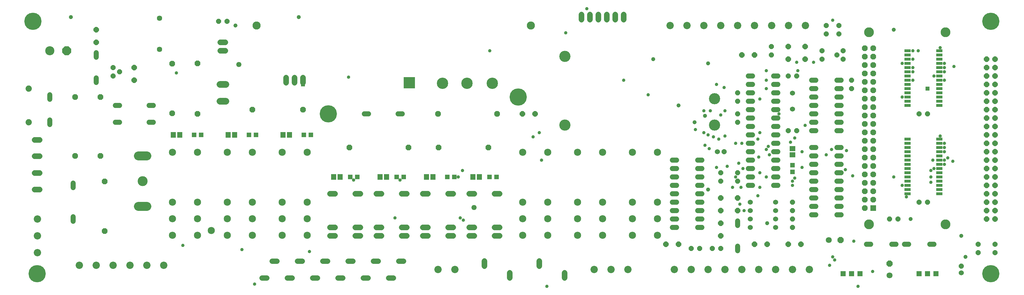
<source format=gts>
G75*
G70*
%OFA0B0*%
%FSLAX24Y24*%
%IPPOS*%
%LPD*%
%AMOC8*
5,1,8,0,0,1.08239X$1,22.5*
%
%ADD10C,0.2049*%
%ADD11C,0.0600*%
%ADD12OC8,0.0600*%
%ADD13C,0.0595*%
%ADD14C,0.1080*%
%ADD15OC8,0.1080*%
%ADD16OC8,0.0680*%
%ADD17C,0.0740*%
%ADD18OC8,0.0640*%
%ADD19C,0.0680*%
%ADD20C,0.0674*%
%ADD21C,0.0789*%
%ADD22C,0.1080*%
%ADD23C,0.1180*%
%ADD24R,0.1346X0.1346*%
%ADD25C,0.1346*%
%ADD26C,0.0600*%
%ADD27C,0.0634*%
%ADD28R,0.0552X0.0552*%
%ADD29R,0.0671X0.0592*%
%ADD30C,0.1163*%
%ADD31R,0.0680X0.0680*%
%ADD32R,0.0592X0.0671*%
%ADD33C,0.0848*%
%ADD34C,0.1328*%
%ADD35C,0.0867*%
%ADD36OC8,0.0710*%
%ADD37C,0.0710*%
%ADD38R,0.0630X0.0630*%
%ADD39C,0.0966*%
%ADD40R,0.0749X0.0336*%
%ADD41C,0.0640*%
%ADD42C,0.0397*%
%ADD43C,0.0476*%
%ADD44R,0.0476X0.0476*%
%ADD45C,0.0611*%
D10*
X003100Y002600D03*
X037600Y021600D03*
X060100Y023600D03*
X116100Y032600D03*
X116100Y002600D03*
X002600Y032600D03*
D11*
X010100Y028860D02*
X010100Y028340D01*
X010100Y025860D02*
X010100Y025340D01*
X004600Y023860D02*
X004600Y023340D01*
X004600Y020860D02*
X004600Y020340D01*
X007350Y013360D02*
X007350Y012840D01*
X007350Y009360D02*
X007350Y008840D01*
X041840Y021600D02*
X042360Y021600D01*
X045840Y021600D02*
X046360Y021600D01*
X078340Y016100D02*
X078860Y016100D01*
X081340Y016100D02*
X081860Y016100D01*
X081860Y015100D02*
X081340Y015100D01*
X081340Y014100D02*
X081860Y014100D01*
X078860Y014100D02*
X078340Y014100D01*
X078340Y015100D02*
X078860Y015100D01*
X078860Y013100D02*
X078340Y013100D01*
X078340Y012100D02*
X078860Y012100D01*
X081340Y012100D02*
X081860Y012100D01*
X081860Y011100D02*
X081340Y011100D01*
X078860Y011100D02*
X078340Y011100D01*
X078340Y010100D02*
X078860Y010100D01*
X081340Y010100D02*
X081860Y010100D01*
X081860Y009100D02*
X081340Y009100D01*
X081340Y008100D02*
X081860Y008100D01*
X078860Y008100D02*
X078340Y008100D01*
X078340Y009100D02*
X078860Y009100D01*
X086100Y008860D02*
X086100Y008340D01*
X086100Y005860D02*
X086100Y005340D01*
X094840Y009600D02*
X095360Y009600D01*
X097840Y009600D02*
X098360Y009600D01*
X098360Y010600D02*
X097840Y010600D01*
X097840Y011600D02*
X098360Y011600D01*
X095360Y011600D02*
X094840Y011600D01*
X094840Y010600D02*
X095360Y010600D01*
X095360Y012600D02*
X094840Y012600D01*
X094840Y013600D02*
X095360Y013600D01*
X097840Y013600D02*
X098360Y013600D01*
X098360Y012600D02*
X097840Y012600D01*
X097840Y014600D02*
X098360Y014600D01*
X095360Y014600D02*
X094840Y014600D01*
X094840Y015600D02*
X095360Y015600D01*
X097840Y015600D02*
X098360Y015600D01*
X098360Y016600D02*
X097840Y016600D01*
X095360Y016600D02*
X094840Y016600D01*
X094840Y017600D02*
X095360Y017600D01*
X097840Y017600D02*
X098360Y017600D01*
X098360Y019600D02*
X097840Y019600D01*
X095360Y019600D02*
X094840Y019600D01*
X094840Y020600D02*
X095360Y020600D01*
X097840Y020600D02*
X098360Y020600D01*
X098360Y021600D02*
X097840Y021600D01*
X095360Y021600D02*
X094840Y021600D01*
X094840Y022600D02*
X095360Y022600D01*
X097840Y022600D02*
X098360Y022600D01*
X098360Y023600D02*
X097840Y023600D01*
X097840Y024600D02*
X098360Y024600D01*
X095360Y024600D02*
X094840Y024600D01*
X094840Y023600D02*
X095360Y023600D01*
X090860Y023100D02*
X090340Y023100D01*
X087860Y023100D02*
X087340Y023100D01*
X087340Y022100D02*
X087860Y022100D01*
X090340Y022100D02*
X090860Y022100D01*
X090860Y021100D02*
X090340Y021100D01*
X090340Y020100D02*
X090860Y020100D01*
X090860Y019100D02*
X090340Y019100D01*
X087860Y019100D02*
X087340Y019100D01*
X087340Y018100D02*
X087860Y018100D01*
X090340Y018100D02*
X090860Y018100D01*
X090860Y017100D02*
X090340Y017100D01*
X087860Y017100D02*
X087340Y017100D01*
X087340Y016100D02*
X087860Y016100D01*
X090340Y016100D02*
X090860Y016100D01*
X090860Y015100D02*
X090340Y015100D01*
X090340Y014100D02*
X090860Y014100D01*
X090860Y013100D02*
X090340Y013100D01*
X087860Y013100D02*
X087340Y013100D01*
X087340Y014100D02*
X087860Y014100D01*
X087860Y015100D02*
X087340Y015100D01*
X081860Y013100D02*
X081340Y013100D01*
X087340Y020100D02*
X087860Y020100D01*
X087860Y021100D02*
X087340Y021100D01*
X087340Y024100D02*
X087860Y024100D01*
X090340Y024100D02*
X090860Y024100D01*
X090860Y025100D02*
X090340Y025100D01*
X087860Y025100D02*
X087340Y025100D01*
X087340Y026100D02*
X087860Y026100D01*
X090340Y026100D02*
X090860Y026100D01*
X094840Y025600D02*
X095360Y025600D01*
X097840Y025600D02*
X098360Y025600D01*
X101340Y006100D02*
X101860Y006100D01*
X104340Y006100D02*
X104860Y006100D01*
X105840Y006100D02*
X106360Y006100D01*
X108840Y006100D02*
X109360Y006100D01*
D12*
X114600Y006100D03*
X116600Y006100D03*
X116600Y005100D03*
X114600Y005100D03*
X112600Y003500D03*
X105100Y009100D03*
X104100Y009100D03*
X107600Y011100D03*
X108600Y011100D03*
X092600Y011100D03*
X092600Y010100D03*
X092600Y009100D03*
X092600Y008100D03*
X084100Y005600D03*
X083100Y005600D03*
X081600Y005600D03*
X080600Y005600D03*
X084100Y013600D03*
X086100Y013600D03*
X086100Y014600D03*
X084100Y014600D03*
X084500Y017100D03*
X092100Y019600D03*
X093100Y019600D03*
X086100Y020600D03*
X086100Y021600D03*
X086100Y023100D03*
X086100Y024100D03*
X092100Y026100D03*
X093100Y026100D03*
X096100Y028100D03*
X097850Y028600D03*
X098600Y029100D03*
X096100Y029100D03*
X098600Y028100D03*
X099600Y025600D03*
X099600Y024600D03*
X107600Y021600D03*
X108600Y021600D03*
X090100Y028600D03*
X090100Y029600D03*
X096600Y031100D03*
X098100Y031100D03*
X098100Y032100D03*
X096600Y032100D03*
X025600Y032600D03*
X024600Y032600D03*
X012100Y027100D03*
X012850Y026600D03*
X012100Y026100D03*
D13*
X012343Y022600D02*
X012857Y022600D01*
X016343Y022600D02*
X016857Y022600D01*
X016857Y020600D02*
X016343Y020600D01*
X012857Y020600D02*
X012343Y020600D01*
D14*
X004600Y029100D03*
D15*
X006600Y029100D03*
D16*
X019100Y027550D03*
X022100Y027600D03*
X010600Y023600D03*
X007600Y023600D03*
X019100Y021650D03*
X022100Y021600D03*
X028600Y022100D03*
X034600Y022100D03*
X040100Y017600D03*
X047100Y017600D03*
X050650Y017600D03*
X056550Y017600D03*
X057600Y021600D03*
X050600Y021600D03*
X011100Y013550D03*
X010600Y016600D03*
X007600Y016600D03*
X011100Y007650D03*
X101163Y010395D03*
X101163Y011395D03*
X102163Y011395D03*
X102163Y012395D03*
X101163Y012395D03*
X101163Y013395D03*
X102163Y013395D03*
X102163Y014395D03*
X101163Y014395D03*
X101163Y015395D03*
X102163Y015395D03*
X102163Y016395D03*
X101163Y016395D03*
X101163Y017395D03*
X102163Y017395D03*
X102163Y018395D03*
X101163Y018395D03*
X101163Y019395D03*
X102163Y019395D03*
X102163Y020395D03*
X101163Y020395D03*
X101163Y021395D03*
X102163Y021395D03*
X102163Y022395D03*
X101163Y022395D03*
X101163Y023395D03*
X102163Y023395D03*
X102163Y024395D03*
X101163Y024395D03*
X101163Y025395D03*
X102163Y025395D03*
X102163Y026395D03*
X101163Y026395D03*
X101163Y027395D03*
X102163Y027395D03*
X102163Y028395D03*
X101163Y028395D03*
X101163Y029395D03*
X102163Y029395D03*
D17*
X002100Y024600D03*
X002100Y020600D03*
D18*
X014600Y025600D03*
X014600Y027100D03*
X010100Y030100D03*
X010100Y031600D03*
X060600Y021600D03*
X062100Y021600D03*
X086600Y028600D03*
X088100Y028600D03*
X092100Y028100D03*
X094100Y028100D03*
X094100Y029600D03*
X092100Y029600D03*
X115600Y028100D03*
X116600Y028100D03*
X116600Y027100D03*
X115600Y027100D03*
X115600Y026100D03*
X116600Y026100D03*
X116600Y025100D03*
X115600Y025100D03*
X115600Y024100D03*
X116600Y024100D03*
X116600Y023100D03*
X115600Y023100D03*
X115600Y022100D03*
X116600Y022100D03*
X116600Y021100D03*
X115600Y021100D03*
X115600Y020100D03*
X116600Y020100D03*
X116600Y019100D03*
X115600Y019100D03*
X115600Y018100D03*
X116600Y018100D03*
X116600Y017100D03*
X115600Y017100D03*
X115600Y016100D03*
X116600Y016100D03*
X116600Y015100D03*
X115600Y015100D03*
X115600Y014100D03*
X116600Y014100D03*
X116600Y013100D03*
X115600Y013100D03*
X115600Y012100D03*
X116600Y012100D03*
X116600Y011100D03*
X115600Y011100D03*
X115600Y010100D03*
X116600Y010100D03*
X116600Y009100D03*
X115600Y009100D03*
X093600Y006100D03*
X092100Y006100D03*
X089600Y006100D03*
X088100Y006100D03*
X084100Y007100D03*
X084100Y008600D03*
X084100Y010100D03*
X086100Y010100D03*
X086100Y011600D03*
X084100Y011600D03*
X079100Y006100D03*
X077600Y006100D03*
D19*
X065600Y002700D02*
X065600Y002100D01*
X062600Y003500D02*
X062600Y004100D01*
X059100Y002700D02*
X059100Y002100D01*
X056100Y003500D02*
X056100Y004100D01*
X054900Y007100D02*
X054300Y007100D01*
X052400Y007100D02*
X051800Y007100D01*
X049400Y007100D02*
X048800Y007100D01*
X046900Y007100D02*
X046300Y007100D01*
X043900Y007100D02*
X043300Y007100D01*
X041400Y007100D02*
X040800Y007100D01*
X038400Y007100D02*
X037800Y007100D01*
X037800Y008100D02*
X038400Y008100D01*
X040800Y008100D02*
X041400Y008100D01*
X043300Y008100D02*
X043900Y008100D01*
X046300Y008100D02*
X046900Y008100D01*
X048800Y008100D02*
X049400Y008100D01*
X051800Y008100D02*
X052400Y008100D01*
X054300Y008100D02*
X054900Y008100D01*
X057300Y008100D02*
X057900Y008100D01*
X057900Y007100D02*
X057300Y007100D01*
X057300Y012100D02*
X057900Y012100D01*
X054900Y012100D02*
X054300Y012100D01*
X052400Y012100D02*
X051800Y012100D01*
X049400Y012100D02*
X048800Y012100D01*
X046900Y012100D02*
X046300Y012100D01*
X043900Y012100D02*
X043300Y012100D01*
X041400Y012100D02*
X040800Y012100D01*
X038400Y012100D02*
X037800Y012100D01*
X003400Y012600D02*
X002800Y012600D01*
X002800Y014570D02*
X003400Y014570D01*
X003400Y016550D02*
X002800Y016550D01*
X002800Y018510D02*
X003400Y018510D01*
X032600Y025300D02*
X032600Y025900D01*
X033600Y025900D02*
X033600Y025300D01*
X034600Y025300D02*
X034600Y025900D01*
X067600Y032800D02*
X067600Y033400D01*
X068600Y033400D02*
X068600Y032800D01*
X069600Y032800D02*
X069600Y033400D01*
X070600Y033400D02*
X070600Y032800D01*
X071600Y032800D02*
X071600Y033400D01*
X072600Y033400D02*
X072600Y032800D01*
D20*
X025397Y030100D02*
X024803Y030100D01*
X024803Y029100D02*
X025397Y029100D01*
D21*
X025454Y025100D02*
X024746Y025100D01*
X024746Y023100D02*
X025454Y023100D01*
D22*
X016100Y016600D02*
X015100Y016600D01*
X015100Y010600D02*
X016100Y010600D01*
D23*
X015600Y013600D03*
D24*
X047183Y025293D03*
D25*
X051104Y025234D03*
X054006Y025234D03*
X057006Y025234D03*
D26*
X083700Y017100D03*
X092600Y022150D03*
X092600Y024050D03*
X090600Y011100D03*
X090600Y010100D03*
X090600Y009100D03*
X090600Y008100D03*
X087600Y008100D03*
X087600Y009100D03*
X087600Y010100D03*
X087600Y011100D03*
X112600Y002700D03*
D27*
X017600Y029250D03*
X017600Y032950D03*
D28*
X021687Y019100D03*
X022513Y019100D03*
X028187Y019100D03*
X029013Y019100D03*
X034687Y019100D03*
X035513Y019100D03*
X040187Y014100D03*
X041013Y014100D03*
X045687Y014100D03*
X046513Y014100D03*
X051687Y014100D03*
X052513Y014100D03*
X056687Y014100D03*
X057513Y014100D03*
X092600Y014687D03*
X092600Y015513D03*
D29*
X092600Y016726D03*
X092600Y017474D03*
D30*
X101667Y008478D03*
X110722Y008478D03*
X110722Y031313D03*
X101667Y031313D03*
D31*
X102163Y010395D03*
D32*
X055474Y014100D03*
X054726Y014100D03*
X049974Y014100D03*
X049226Y014100D03*
X044474Y014100D03*
X043726Y014100D03*
X038974Y014100D03*
X038226Y014100D03*
X032974Y019100D03*
X032226Y019100D03*
X026474Y019100D03*
X025726Y019100D03*
X019974Y019100D03*
X019226Y019100D03*
D33*
X019124Y017021D03*
X022076Y017021D03*
X025624Y017021D03*
X028576Y017021D03*
X032124Y017021D03*
X035076Y017021D03*
X035076Y011116D03*
X032124Y011116D03*
X028576Y011116D03*
X025624Y011116D03*
X022076Y011116D03*
X019124Y011116D03*
X019124Y009147D03*
X022076Y009147D03*
X025624Y009147D03*
X028576Y009147D03*
X032124Y009147D03*
X035076Y009147D03*
X035076Y007179D03*
X032124Y007179D03*
X028576Y007179D03*
X025624Y007179D03*
X023725Y007725D03*
X022076Y007179D03*
X019124Y007179D03*
X060624Y007179D03*
X063576Y007179D03*
X067124Y007179D03*
X070076Y007179D03*
X073624Y007179D03*
X076576Y007179D03*
X076576Y009147D03*
X073624Y009147D03*
X070076Y009147D03*
X067124Y009147D03*
X063576Y009147D03*
X060624Y009147D03*
X060624Y011116D03*
X063576Y011116D03*
X067124Y011116D03*
X070076Y011116D03*
X073624Y011116D03*
X076576Y011116D03*
X076576Y017021D03*
X073624Y017021D03*
X070076Y017021D03*
X067124Y017021D03*
X063576Y017021D03*
X060624Y017021D03*
D34*
X065624Y020256D03*
X083340Y020256D03*
X083340Y023405D03*
X065624Y028444D03*
D35*
X078100Y032090D03*
X080100Y032090D03*
X082100Y032090D03*
X084100Y032090D03*
X086100Y032090D03*
X088100Y032090D03*
X090108Y032090D03*
X092108Y032090D03*
X094108Y032090D03*
X003110Y009108D03*
X003110Y007108D03*
X003110Y005108D03*
X008100Y003610D03*
X010100Y003610D03*
X012100Y003610D03*
X014100Y003610D03*
X016100Y003610D03*
X018100Y003610D03*
X050592Y003110D03*
X052592Y003110D03*
X069092Y003110D03*
X071092Y003110D03*
X073092Y003110D03*
X078592Y003110D03*
X080592Y003110D03*
X082592Y003110D03*
X084592Y003110D03*
X086592Y003110D03*
X088592Y003110D03*
X090592Y003110D03*
X092592Y003110D03*
X094592Y003110D03*
D36*
X104100Y003800D03*
X098300Y006600D03*
D37*
X096900Y006600D03*
X104100Y002400D03*
D38*
X100600Y002600D03*
X099600Y002600D03*
X098600Y002600D03*
X107600Y002600D03*
X108600Y002600D03*
X109600Y002600D03*
D39*
X061600Y032100D03*
X029100Y032100D03*
D40*
X106218Y029100D03*
X106218Y028600D03*
X106218Y028100D03*
X106218Y027600D03*
X106218Y027100D03*
X106218Y026600D03*
X106218Y026100D03*
X106218Y025600D03*
X106218Y025100D03*
X106218Y024600D03*
X106218Y024100D03*
X106218Y023600D03*
X106218Y023100D03*
X106218Y022600D03*
X109982Y022600D03*
X109982Y023100D03*
X109982Y023600D03*
X109982Y024100D03*
X109982Y024600D03*
X109982Y025100D03*
X109982Y025600D03*
X109982Y026100D03*
X109982Y026600D03*
X109982Y027100D03*
X109982Y027600D03*
X109982Y028100D03*
X109982Y028600D03*
X109982Y029100D03*
X109982Y018600D03*
X109982Y018100D03*
X109982Y017600D03*
X109982Y017100D03*
X109982Y016600D03*
X109982Y016100D03*
X109982Y015600D03*
X109982Y015100D03*
X109982Y014600D03*
X109982Y014100D03*
X109982Y013600D03*
X109982Y013100D03*
X109982Y012600D03*
X109982Y012100D03*
X106218Y012100D03*
X106218Y012600D03*
X106218Y013100D03*
X106218Y013600D03*
X106218Y014100D03*
X106218Y014600D03*
X106218Y015100D03*
X106218Y015600D03*
X106218Y016100D03*
X106218Y016600D03*
X106218Y017100D03*
X106218Y017600D03*
X106218Y018100D03*
X106218Y018600D03*
D41*
X046480Y004100D02*
X045920Y004100D01*
X043480Y004100D02*
X042920Y004100D01*
X040480Y004100D02*
X039920Y004100D01*
X037480Y004100D02*
X036920Y004100D01*
X034480Y004100D02*
X033920Y004100D01*
X031480Y004100D02*
X030920Y004100D01*
X030280Y002100D02*
X029720Y002100D01*
X032720Y002100D02*
X033280Y002100D01*
X035720Y002100D02*
X036280Y002100D01*
X038720Y002100D02*
X039280Y002100D01*
X041720Y002100D02*
X042280Y002100D01*
X044720Y002100D02*
X045280Y002100D01*
D42*
X035350Y005225D03*
X027350Y005475D03*
X020350Y005975D03*
X028850Y001350D03*
X053600Y008975D03*
X053225Y009225D03*
X045475Y009225D03*
X046100Y013725D03*
X040600Y013725D03*
X052975Y014100D03*
X053475Y014850D03*
X062850Y016100D03*
X061850Y018850D03*
X062600Y019350D03*
X075475Y023850D03*
X072600Y025600D03*
X082100Y021975D03*
X082850Y021975D03*
X084100Y021475D03*
X084600Y021975D03*
X088725Y023350D03*
X089475Y024600D03*
X089475Y025600D03*
X089475Y026725D03*
X093225Y026725D03*
X093100Y027725D03*
X095100Y027725D03*
X105600Y027600D03*
X106850Y028100D03*
X106850Y027100D03*
X106850Y026600D03*
X109350Y026100D03*
X110600Y026600D03*
X110600Y027100D03*
X111725Y027225D03*
X110600Y027600D03*
X107475Y029100D03*
X106850Y029100D03*
X110100Y029475D03*
X110600Y025600D03*
X106850Y025600D03*
X105600Y023600D03*
X094100Y020225D03*
X092850Y018725D03*
X092350Y018225D03*
X089725Y017725D03*
X089475Y017350D03*
X089850Y016725D03*
X088600Y016475D03*
X086225Y015725D03*
X084850Y015350D03*
X083600Y015225D03*
X086725Y015100D03*
X085850Y014100D03*
X088725Y014600D03*
X089475Y014100D03*
X092600Y013600D03*
X092850Y013975D03*
X092600Y013100D03*
X088725Y012850D03*
X086475Y012850D03*
X085475Y012850D03*
X088475Y011850D03*
X086350Y010850D03*
X086850Y010100D03*
X099850Y006475D03*
X097350Y004600D03*
X097600Y004225D03*
X096975Y003600D03*
X102100Y002850D03*
X100350Y001100D03*
X106100Y011725D03*
X105600Y013100D03*
X104600Y014100D03*
X108975Y014100D03*
X108975Y013475D03*
X108975Y014850D03*
X109350Y015100D03*
X110600Y015600D03*
X110600Y016100D03*
X110975Y016350D03*
X111600Y015975D03*
X109225Y016100D03*
X110600Y017100D03*
X110600Y017600D03*
X110600Y018100D03*
X110100Y018975D03*
X098975Y017225D03*
X097225Y017350D03*
X096600Y016725D03*
X093725Y017100D03*
X088475Y018600D03*
X088725Y019350D03*
X086600Y018100D03*
X085850Y018100D03*
X084600Y018975D03*
X083850Y018600D03*
X083225Y018850D03*
X082600Y019100D03*
X082100Y019350D03*
X081100Y019725D03*
X082225Y017850D03*
X082725Y017475D03*
X093725Y015225D03*
X098850Y014975D03*
X099725Y014225D03*
X090975Y021600D03*
X084475Y024725D03*
X083600Y025100D03*
X065725Y031225D03*
X068225Y034100D03*
X056725Y029100D03*
X039975Y025975D03*
X019600Y026475D03*
X097350Y032725D03*
X063475Y001100D03*
D43*
X089600Y008600D03*
X082600Y012600D03*
X106600Y009100D03*
X112600Y007100D03*
X113100Y004600D03*
X080975Y020600D03*
X082225Y021350D03*
X079100Y022600D03*
X082600Y027600D03*
X076100Y028100D03*
X104600Y031600D03*
X034100Y033100D03*
X026600Y032100D03*
X007100Y033100D03*
D44*
X034600Y025100D03*
X108600Y024600D03*
D45*
X054850Y010475D03*
X026975Y027475D03*
M02*

</source>
